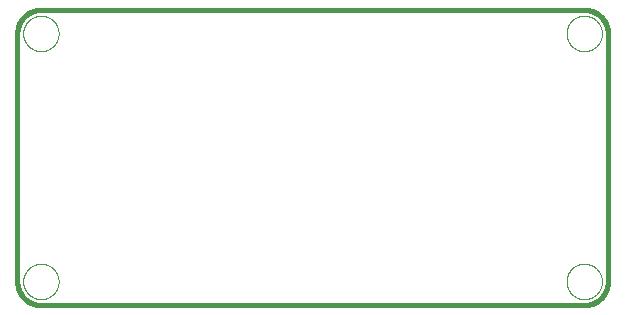
<source format=gbp>
G75*
%MOIN*%
%OFA0B0*%
%FSLAX25Y25*%
%IPPOS*%
%LPD*%
%AMOC8*
5,1,8,0,0,1.08239X$1,22.5*
%
%ADD10C,0.01600*%
%ADD11C,0.00000*%
D10*
X0017237Y0029063D02*
X0198339Y0029063D01*
X0198529Y0029065D01*
X0198719Y0029072D01*
X0198909Y0029084D01*
X0199099Y0029100D01*
X0199288Y0029120D01*
X0199477Y0029146D01*
X0199665Y0029175D01*
X0199852Y0029210D01*
X0200038Y0029249D01*
X0200223Y0029292D01*
X0200408Y0029340D01*
X0200591Y0029392D01*
X0200772Y0029448D01*
X0200952Y0029509D01*
X0201131Y0029575D01*
X0201308Y0029644D01*
X0201484Y0029718D01*
X0201657Y0029796D01*
X0201829Y0029879D01*
X0201998Y0029965D01*
X0202166Y0030055D01*
X0202331Y0030150D01*
X0202494Y0030248D01*
X0202654Y0030351D01*
X0202812Y0030457D01*
X0202967Y0030567D01*
X0203120Y0030680D01*
X0203270Y0030798D01*
X0203416Y0030919D01*
X0203560Y0031043D01*
X0203701Y0031171D01*
X0203839Y0031302D01*
X0203974Y0031437D01*
X0204105Y0031575D01*
X0204233Y0031716D01*
X0204357Y0031860D01*
X0204478Y0032006D01*
X0204596Y0032156D01*
X0204709Y0032309D01*
X0204819Y0032464D01*
X0204925Y0032622D01*
X0205028Y0032782D01*
X0205126Y0032945D01*
X0205221Y0033110D01*
X0205311Y0033278D01*
X0205397Y0033447D01*
X0205480Y0033619D01*
X0205558Y0033792D01*
X0205632Y0033968D01*
X0205701Y0034145D01*
X0205767Y0034324D01*
X0205828Y0034504D01*
X0205884Y0034685D01*
X0205936Y0034868D01*
X0205984Y0035053D01*
X0206027Y0035238D01*
X0206066Y0035424D01*
X0206101Y0035611D01*
X0206130Y0035799D01*
X0206156Y0035988D01*
X0206176Y0036177D01*
X0206192Y0036367D01*
X0206204Y0036557D01*
X0206211Y0036747D01*
X0206213Y0036937D01*
X0206213Y0119614D01*
X0206211Y0119804D01*
X0206204Y0119994D01*
X0206192Y0120184D01*
X0206176Y0120374D01*
X0206156Y0120563D01*
X0206130Y0120752D01*
X0206101Y0120940D01*
X0206066Y0121127D01*
X0206027Y0121313D01*
X0205984Y0121498D01*
X0205936Y0121683D01*
X0205884Y0121866D01*
X0205828Y0122047D01*
X0205767Y0122227D01*
X0205701Y0122406D01*
X0205632Y0122583D01*
X0205558Y0122759D01*
X0205480Y0122932D01*
X0205397Y0123104D01*
X0205311Y0123273D01*
X0205221Y0123441D01*
X0205126Y0123606D01*
X0205028Y0123769D01*
X0204925Y0123929D01*
X0204819Y0124087D01*
X0204709Y0124242D01*
X0204596Y0124395D01*
X0204478Y0124545D01*
X0204357Y0124691D01*
X0204233Y0124835D01*
X0204105Y0124976D01*
X0203974Y0125114D01*
X0203839Y0125249D01*
X0203701Y0125380D01*
X0203560Y0125508D01*
X0203416Y0125632D01*
X0203270Y0125753D01*
X0203120Y0125871D01*
X0202967Y0125984D01*
X0202812Y0126094D01*
X0202654Y0126200D01*
X0202494Y0126303D01*
X0202331Y0126401D01*
X0202166Y0126496D01*
X0201998Y0126586D01*
X0201829Y0126672D01*
X0201657Y0126755D01*
X0201484Y0126833D01*
X0201308Y0126907D01*
X0201131Y0126976D01*
X0200952Y0127042D01*
X0200772Y0127103D01*
X0200591Y0127159D01*
X0200408Y0127211D01*
X0200223Y0127259D01*
X0200038Y0127302D01*
X0199852Y0127341D01*
X0199665Y0127376D01*
X0199477Y0127405D01*
X0199288Y0127431D01*
X0199099Y0127451D01*
X0198909Y0127467D01*
X0198719Y0127479D01*
X0198529Y0127486D01*
X0198339Y0127488D01*
X0017237Y0127488D01*
X0017047Y0127486D01*
X0016857Y0127479D01*
X0016667Y0127467D01*
X0016477Y0127451D01*
X0016288Y0127431D01*
X0016099Y0127405D01*
X0015911Y0127376D01*
X0015724Y0127341D01*
X0015538Y0127302D01*
X0015353Y0127259D01*
X0015168Y0127211D01*
X0014985Y0127159D01*
X0014804Y0127103D01*
X0014624Y0127042D01*
X0014445Y0126976D01*
X0014268Y0126907D01*
X0014092Y0126833D01*
X0013919Y0126755D01*
X0013747Y0126672D01*
X0013578Y0126586D01*
X0013410Y0126496D01*
X0013245Y0126401D01*
X0013082Y0126303D01*
X0012922Y0126200D01*
X0012764Y0126094D01*
X0012609Y0125984D01*
X0012456Y0125871D01*
X0012306Y0125753D01*
X0012160Y0125632D01*
X0012016Y0125508D01*
X0011875Y0125380D01*
X0011737Y0125249D01*
X0011602Y0125114D01*
X0011471Y0124976D01*
X0011343Y0124835D01*
X0011219Y0124691D01*
X0011098Y0124545D01*
X0010980Y0124395D01*
X0010867Y0124242D01*
X0010757Y0124087D01*
X0010651Y0123929D01*
X0010548Y0123769D01*
X0010450Y0123606D01*
X0010355Y0123441D01*
X0010265Y0123273D01*
X0010179Y0123104D01*
X0010096Y0122932D01*
X0010018Y0122759D01*
X0009944Y0122583D01*
X0009875Y0122406D01*
X0009809Y0122227D01*
X0009748Y0122047D01*
X0009692Y0121866D01*
X0009640Y0121683D01*
X0009592Y0121498D01*
X0009549Y0121313D01*
X0009510Y0121127D01*
X0009475Y0120940D01*
X0009446Y0120752D01*
X0009420Y0120563D01*
X0009400Y0120374D01*
X0009384Y0120184D01*
X0009372Y0119994D01*
X0009365Y0119804D01*
X0009363Y0119614D01*
X0009363Y0036937D01*
X0009365Y0036747D01*
X0009372Y0036557D01*
X0009384Y0036367D01*
X0009400Y0036177D01*
X0009420Y0035988D01*
X0009446Y0035799D01*
X0009475Y0035611D01*
X0009510Y0035424D01*
X0009549Y0035238D01*
X0009592Y0035053D01*
X0009640Y0034868D01*
X0009692Y0034685D01*
X0009748Y0034504D01*
X0009809Y0034324D01*
X0009875Y0034145D01*
X0009944Y0033968D01*
X0010018Y0033792D01*
X0010096Y0033619D01*
X0010179Y0033447D01*
X0010265Y0033278D01*
X0010355Y0033110D01*
X0010450Y0032945D01*
X0010548Y0032782D01*
X0010651Y0032622D01*
X0010757Y0032464D01*
X0010867Y0032309D01*
X0010980Y0032156D01*
X0011098Y0032006D01*
X0011219Y0031860D01*
X0011343Y0031716D01*
X0011471Y0031575D01*
X0011602Y0031437D01*
X0011737Y0031302D01*
X0011875Y0031171D01*
X0012016Y0031043D01*
X0012160Y0030919D01*
X0012306Y0030798D01*
X0012456Y0030680D01*
X0012609Y0030567D01*
X0012764Y0030457D01*
X0012922Y0030351D01*
X0013082Y0030248D01*
X0013245Y0030150D01*
X0013410Y0030055D01*
X0013578Y0029965D01*
X0013747Y0029879D01*
X0013919Y0029796D01*
X0014092Y0029718D01*
X0014268Y0029644D01*
X0014445Y0029575D01*
X0014624Y0029509D01*
X0014804Y0029448D01*
X0014985Y0029392D01*
X0015168Y0029340D01*
X0015353Y0029292D01*
X0015538Y0029249D01*
X0015724Y0029210D01*
X0015911Y0029175D01*
X0016099Y0029146D01*
X0016288Y0029120D01*
X0016477Y0029100D01*
X0016667Y0029084D01*
X0016857Y0029072D01*
X0017047Y0029065D01*
X0017237Y0029063D01*
D11*
X0011331Y0036937D02*
X0011333Y0037090D01*
X0011339Y0037244D01*
X0011349Y0037397D01*
X0011363Y0037549D01*
X0011381Y0037702D01*
X0011403Y0037853D01*
X0011428Y0038004D01*
X0011458Y0038155D01*
X0011492Y0038305D01*
X0011529Y0038453D01*
X0011570Y0038601D01*
X0011615Y0038747D01*
X0011664Y0038893D01*
X0011717Y0039037D01*
X0011773Y0039179D01*
X0011833Y0039320D01*
X0011897Y0039460D01*
X0011964Y0039598D01*
X0012035Y0039734D01*
X0012110Y0039868D01*
X0012187Y0040000D01*
X0012269Y0040130D01*
X0012353Y0040258D01*
X0012441Y0040384D01*
X0012532Y0040507D01*
X0012626Y0040628D01*
X0012724Y0040746D01*
X0012824Y0040862D01*
X0012928Y0040975D01*
X0013034Y0041086D01*
X0013143Y0041194D01*
X0013255Y0041299D01*
X0013369Y0041400D01*
X0013487Y0041499D01*
X0013606Y0041595D01*
X0013728Y0041688D01*
X0013853Y0041777D01*
X0013980Y0041864D01*
X0014109Y0041946D01*
X0014240Y0042026D01*
X0014373Y0042102D01*
X0014508Y0042175D01*
X0014645Y0042244D01*
X0014784Y0042309D01*
X0014924Y0042371D01*
X0015066Y0042429D01*
X0015209Y0042484D01*
X0015354Y0042535D01*
X0015500Y0042582D01*
X0015647Y0042625D01*
X0015795Y0042664D01*
X0015944Y0042700D01*
X0016094Y0042731D01*
X0016245Y0042759D01*
X0016396Y0042783D01*
X0016549Y0042803D01*
X0016701Y0042819D01*
X0016854Y0042831D01*
X0017007Y0042839D01*
X0017160Y0042843D01*
X0017314Y0042843D01*
X0017467Y0042839D01*
X0017620Y0042831D01*
X0017773Y0042819D01*
X0017925Y0042803D01*
X0018078Y0042783D01*
X0018229Y0042759D01*
X0018380Y0042731D01*
X0018530Y0042700D01*
X0018679Y0042664D01*
X0018827Y0042625D01*
X0018974Y0042582D01*
X0019120Y0042535D01*
X0019265Y0042484D01*
X0019408Y0042429D01*
X0019550Y0042371D01*
X0019690Y0042309D01*
X0019829Y0042244D01*
X0019966Y0042175D01*
X0020101Y0042102D01*
X0020234Y0042026D01*
X0020365Y0041946D01*
X0020494Y0041864D01*
X0020621Y0041777D01*
X0020746Y0041688D01*
X0020868Y0041595D01*
X0020987Y0041499D01*
X0021105Y0041400D01*
X0021219Y0041299D01*
X0021331Y0041194D01*
X0021440Y0041086D01*
X0021546Y0040975D01*
X0021650Y0040862D01*
X0021750Y0040746D01*
X0021848Y0040628D01*
X0021942Y0040507D01*
X0022033Y0040384D01*
X0022121Y0040258D01*
X0022205Y0040130D01*
X0022287Y0040000D01*
X0022364Y0039868D01*
X0022439Y0039734D01*
X0022510Y0039598D01*
X0022577Y0039460D01*
X0022641Y0039320D01*
X0022701Y0039179D01*
X0022757Y0039037D01*
X0022810Y0038893D01*
X0022859Y0038747D01*
X0022904Y0038601D01*
X0022945Y0038453D01*
X0022982Y0038305D01*
X0023016Y0038155D01*
X0023046Y0038004D01*
X0023071Y0037853D01*
X0023093Y0037702D01*
X0023111Y0037549D01*
X0023125Y0037397D01*
X0023135Y0037244D01*
X0023141Y0037090D01*
X0023143Y0036937D01*
X0023141Y0036784D01*
X0023135Y0036630D01*
X0023125Y0036477D01*
X0023111Y0036325D01*
X0023093Y0036172D01*
X0023071Y0036021D01*
X0023046Y0035870D01*
X0023016Y0035719D01*
X0022982Y0035569D01*
X0022945Y0035421D01*
X0022904Y0035273D01*
X0022859Y0035127D01*
X0022810Y0034981D01*
X0022757Y0034837D01*
X0022701Y0034695D01*
X0022641Y0034554D01*
X0022577Y0034414D01*
X0022510Y0034276D01*
X0022439Y0034140D01*
X0022364Y0034006D01*
X0022287Y0033874D01*
X0022205Y0033744D01*
X0022121Y0033616D01*
X0022033Y0033490D01*
X0021942Y0033367D01*
X0021848Y0033246D01*
X0021750Y0033128D01*
X0021650Y0033012D01*
X0021546Y0032899D01*
X0021440Y0032788D01*
X0021331Y0032680D01*
X0021219Y0032575D01*
X0021105Y0032474D01*
X0020987Y0032375D01*
X0020868Y0032279D01*
X0020746Y0032186D01*
X0020621Y0032097D01*
X0020494Y0032010D01*
X0020365Y0031928D01*
X0020234Y0031848D01*
X0020101Y0031772D01*
X0019966Y0031699D01*
X0019829Y0031630D01*
X0019690Y0031565D01*
X0019550Y0031503D01*
X0019408Y0031445D01*
X0019265Y0031390D01*
X0019120Y0031339D01*
X0018974Y0031292D01*
X0018827Y0031249D01*
X0018679Y0031210D01*
X0018530Y0031174D01*
X0018380Y0031143D01*
X0018229Y0031115D01*
X0018078Y0031091D01*
X0017925Y0031071D01*
X0017773Y0031055D01*
X0017620Y0031043D01*
X0017467Y0031035D01*
X0017314Y0031031D01*
X0017160Y0031031D01*
X0017007Y0031035D01*
X0016854Y0031043D01*
X0016701Y0031055D01*
X0016549Y0031071D01*
X0016396Y0031091D01*
X0016245Y0031115D01*
X0016094Y0031143D01*
X0015944Y0031174D01*
X0015795Y0031210D01*
X0015647Y0031249D01*
X0015500Y0031292D01*
X0015354Y0031339D01*
X0015209Y0031390D01*
X0015066Y0031445D01*
X0014924Y0031503D01*
X0014784Y0031565D01*
X0014645Y0031630D01*
X0014508Y0031699D01*
X0014373Y0031772D01*
X0014240Y0031848D01*
X0014109Y0031928D01*
X0013980Y0032010D01*
X0013853Y0032097D01*
X0013728Y0032186D01*
X0013606Y0032279D01*
X0013487Y0032375D01*
X0013369Y0032474D01*
X0013255Y0032575D01*
X0013143Y0032680D01*
X0013034Y0032788D01*
X0012928Y0032899D01*
X0012824Y0033012D01*
X0012724Y0033128D01*
X0012626Y0033246D01*
X0012532Y0033367D01*
X0012441Y0033490D01*
X0012353Y0033616D01*
X0012269Y0033744D01*
X0012187Y0033874D01*
X0012110Y0034006D01*
X0012035Y0034140D01*
X0011964Y0034276D01*
X0011897Y0034414D01*
X0011833Y0034554D01*
X0011773Y0034695D01*
X0011717Y0034837D01*
X0011664Y0034981D01*
X0011615Y0035127D01*
X0011570Y0035273D01*
X0011529Y0035421D01*
X0011492Y0035569D01*
X0011458Y0035719D01*
X0011428Y0035870D01*
X0011403Y0036021D01*
X0011381Y0036172D01*
X0011363Y0036325D01*
X0011349Y0036477D01*
X0011339Y0036630D01*
X0011333Y0036784D01*
X0011331Y0036937D01*
X0011331Y0119614D02*
X0011333Y0119767D01*
X0011339Y0119921D01*
X0011349Y0120074D01*
X0011363Y0120226D01*
X0011381Y0120379D01*
X0011403Y0120530D01*
X0011428Y0120681D01*
X0011458Y0120832D01*
X0011492Y0120982D01*
X0011529Y0121130D01*
X0011570Y0121278D01*
X0011615Y0121424D01*
X0011664Y0121570D01*
X0011717Y0121714D01*
X0011773Y0121856D01*
X0011833Y0121997D01*
X0011897Y0122137D01*
X0011964Y0122275D01*
X0012035Y0122411D01*
X0012110Y0122545D01*
X0012187Y0122677D01*
X0012269Y0122807D01*
X0012353Y0122935D01*
X0012441Y0123061D01*
X0012532Y0123184D01*
X0012626Y0123305D01*
X0012724Y0123423D01*
X0012824Y0123539D01*
X0012928Y0123652D01*
X0013034Y0123763D01*
X0013143Y0123871D01*
X0013255Y0123976D01*
X0013369Y0124077D01*
X0013487Y0124176D01*
X0013606Y0124272D01*
X0013728Y0124365D01*
X0013853Y0124454D01*
X0013980Y0124541D01*
X0014109Y0124623D01*
X0014240Y0124703D01*
X0014373Y0124779D01*
X0014508Y0124852D01*
X0014645Y0124921D01*
X0014784Y0124986D01*
X0014924Y0125048D01*
X0015066Y0125106D01*
X0015209Y0125161D01*
X0015354Y0125212D01*
X0015500Y0125259D01*
X0015647Y0125302D01*
X0015795Y0125341D01*
X0015944Y0125377D01*
X0016094Y0125408D01*
X0016245Y0125436D01*
X0016396Y0125460D01*
X0016549Y0125480D01*
X0016701Y0125496D01*
X0016854Y0125508D01*
X0017007Y0125516D01*
X0017160Y0125520D01*
X0017314Y0125520D01*
X0017467Y0125516D01*
X0017620Y0125508D01*
X0017773Y0125496D01*
X0017925Y0125480D01*
X0018078Y0125460D01*
X0018229Y0125436D01*
X0018380Y0125408D01*
X0018530Y0125377D01*
X0018679Y0125341D01*
X0018827Y0125302D01*
X0018974Y0125259D01*
X0019120Y0125212D01*
X0019265Y0125161D01*
X0019408Y0125106D01*
X0019550Y0125048D01*
X0019690Y0124986D01*
X0019829Y0124921D01*
X0019966Y0124852D01*
X0020101Y0124779D01*
X0020234Y0124703D01*
X0020365Y0124623D01*
X0020494Y0124541D01*
X0020621Y0124454D01*
X0020746Y0124365D01*
X0020868Y0124272D01*
X0020987Y0124176D01*
X0021105Y0124077D01*
X0021219Y0123976D01*
X0021331Y0123871D01*
X0021440Y0123763D01*
X0021546Y0123652D01*
X0021650Y0123539D01*
X0021750Y0123423D01*
X0021848Y0123305D01*
X0021942Y0123184D01*
X0022033Y0123061D01*
X0022121Y0122935D01*
X0022205Y0122807D01*
X0022287Y0122677D01*
X0022364Y0122545D01*
X0022439Y0122411D01*
X0022510Y0122275D01*
X0022577Y0122137D01*
X0022641Y0121997D01*
X0022701Y0121856D01*
X0022757Y0121714D01*
X0022810Y0121570D01*
X0022859Y0121424D01*
X0022904Y0121278D01*
X0022945Y0121130D01*
X0022982Y0120982D01*
X0023016Y0120832D01*
X0023046Y0120681D01*
X0023071Y0120530D01*
X0023093Y0120379D01*
X0023111Y0120226D01*
X0023125Y0120074D01*
X0023135Y0119921D01*
X0023141Y0119767D01*
X0023143Y0119614D01*
X0023141Y0119461D01*
X0023135Y0119307D01*
X0023125Y0119154D01*
X0023111Y0119002D01*
X0023093Y0118849D01*
X0023071Y0118698D01*
X0023046Y0118547D01*
X0023016Y0118396D01*
X0022982Y0118246D01*
X0022945Y0118098D01*
X0022904Y0117950D01*
X0022859Y0117804D01*
X0022810Y0117658D01*
X0022757Y0117514D01*
X0022701Y0117372D01*
X0022641Y0117231D01*
X0022577Y0117091D01*
X0022510Y0116953D01*
X0022439Y0116817D01*
X0022364Y0116683D01*
X0022287Y0116551D01*
X0022205Y0116421D01*
X0022121Y0116293D01*
X0022033Y0116167D01*
X0021942Y0116044D01*
X0021848Y0115923D01*
X0021750Y0115805D01*
X0021650Y0115689D01*
X0021546Y0115576D01*
X0021440Y0115465D01*
X0021331Y0115357D01*
X0021219Y0115252D01*
X0021105Y0115151D01*
X0020987Y0115052D01*
X0020868Y0114956D01*
X0020746Y0114863D01*
X0020621Y0114774D01*
X0020494Y0114687D01*
X0020365Y0114605D01*
X0020234Y0114525D01*
X0020101Y0114449D01*
X0019966Y0114376D01*
X0019829Y0114307D01*
X0019690Y0114242D01*
X0019550Y0114180D01*
X0019408Y0114122D01*
X0019265Y0114067D01*
X0019120Y0114016D01*
X0018974Y0113969D01*
X0018827Y0113926D01*
X0018679Y0113887D01*
X0018530Y0113851D01*
X0018380Y0113820D01*
X0018229Y0113792D01*
X0018078Y0113768D01*
X0017925Y0113748D01*
X0017773Y0113732D01*
X0017620Y0113720D01*
X0017467Y0113712D01*
X0017314Y0113708D01*
X0017160Y0113708D01*
X0017007Y0113712D01*
X0016854Y0113720D01*
X0016701Y0113732D01*
X0016549Y0113748D01*
X0016396Y0113768D01*
X0016245Y0113792D01*
X0016094Y0113820D01*
X0015944Y0113851D01*
X0015795Y0113887D01*
X0015647Y0113926D01*
X0015500Y0113969D01*
X0015354Y0114016D01*
X0015209Y0114067D01*
X0015066Y0114122D01*
X0014924Y0114180D01*
X0014784Y0114242D01*
X0014645Y0114307D01*
X0014508Y0114376D01*
X0014373Y0114449D01*
X0014240Y0114525D01*
X0014109Y0114605D01*
X0013980Y0114687D01*
X0013853Y0114774D01*
X0013728Y0114863D01*
X0013606Y0114956D01*
X0013487Y0115052D01*
X0013369Y0115151D01*
X0013255Y0115252D01*
X0013143Y0115357D01*
X0013034Y0115465D01*
X0012928Y0115576D01*
X0012824Y0115689D01*
X0012724Y0115805D01*
X0012626Y0115923D01*
X0012532Y0116044D01*
X0012441Y0116167D01*
X0012353Y0116293D01*
X0012269Y0116421D01*
X0012187Y0116551D01*
X0012110Y0116683D01*
X0012035Y0116817D01*
X0011964Y0116953D01*
X0011897Y0117091D01*
X0011833Y0117231D01*
X0011773Y0117372D01*
X0011717Y0117514D01*
X0011664Y0117658D01*
X0011615Y0117804D01*
X0011570Y0117950D01*
X0011529Y0118098D01*
X0011492Y0118246D01*
X0011458Y0118396D01*
X0011428Y0118547D01*
X0011403Y0118698D01*
X0011381Y0118849D01*
X0011363Y0119002D01*
X0011349Y0119154D01*
X0011339Y0119307D01*
X0011333Y0119461D01*
X0011331Y0119614D01*
X0192433Y0119614D02*
X0192435Y0119767D01*
X0192441Y0119921D01*
X0192451Y0120074D01*
X0192465Y0120226D01*
X0192483Y0120379D01*
X0192505Y0120530D01*
X0192530Y0120681D01*
X0192560Y0120832D01*
X0192594Y0120982D01*
X0192631Y0121130D01*
X0192672Y0121278D01*
X0192717Y0121424D01*
X0192766Y0121570D01*
X0192819Y0121714D01*
X0192875Y0121856D01*
X0192935Y0121997D01*
X0192999Y0122137D01*
X0193066Y0122275D01*
X0193137Y0122411D01*
X0193212Y0122545D01*
X0193289Y0122677D01*
X0193371Y0122807D01*
X0193455Y0122935D01*
X0193543Y0123061D01*
X0193634Y0123184D01*
X0193728Y0123305D01*
X0193826Y0123423D01*
X0193926Y0123539D01*
X0194030Y0123652D01*
X0194136Y0123763D01*
X0194245Y0123871D01*
X0194357Y0123976D01*
X0194471Y0124077D01*
X0194589Y0124176D01*
X0194708Y0124272D01*
X0194830Y0124365D01*
X0194955Y0124454D01*
X0195082Y0124541D01*
X0195211Y0124623D01*
X0195342Y0124703D01*
X0195475Y0124779D01*
X0195610Y0124852D01*
X0195747Y0124921D01*
X0195886Y0124986D01*
X0196026Y0125048D01*
X0196168Y0125106D01*
X0196311Y0125161D01*
X0196456Y0125212D01*
X0196602Y0125259D01*
X0196749Y0125302D01*
X0196897Y0125341D01*
X0197046Y0125377D01*
X0197196Y0125408D01*
X0197347Y0125436D01*
X0197498Y0125460D01*
X0197651Y0125480D01*
X0197803Y0125496D01*
X0197956Y0125508D01*
X0198109Y0125516D01*
X0198262Y0125520D01*
X0198416Y0125520D01*
X0198569Y0125516D01*
X0198722Y0125508D01*
X0198875Y0125496D01*
X0199027Y0125480D01*
X0199180Y0125460D01*
X0199331Y0125436D01*
X0199482Y0125408D01*
X0199632Y0125377D01*
X0199781Y0125341D01*
X0199929Y0125302D01*
X0200076Y0125259D01*
X0200222Y0125212D01*
X0200367Y0125161D01*
X0200510Y0125106D01*
X0200652Y0125048D01*
X0200792Y0124986D01*
X0200931Y0124921D01*
X0201068Y0124852D01*
X0201203Y0124779D01*
X0201336Y0124703D01*
X0201467Y0124623D01*
X0201596Y0124541D01*
X0201723Y0124454D01*
X0201848Y0124365D01*
X0201970Y0124272D01*
X0202089Y0124176D01*
X0202207Y0124077D01*
X0202321Y0123976D01*
X0202433Y0123871D01*
X0202542Y0123763D01*
X0202648Y0123652D01*
X0202752Y0123539D01*
X0202852Y0123423D01*
X0202950Y0123305D01*
X0203044Y0123184D01*
X0203135Y0123061D01*
X0203223Y0122935D01*
X0203307Y0122807D01*
X0203389Y0122677D01*
X0203466Y0122545D01*
X0203541Y0122411D01*
X0203612Y0122275D01*
X0203679Y0122137D01*
X0203743Y0121997D01*
X0203803Y0121856D01*
X0203859Y0121714D01*
X0203912Y0121570D01*
X0203961Y0121424D01*
X0204006Y0121278D01*
X0204047Y0121130D01*
X0204084Y0120982D01*
X0204118Y0120832D01*
X0204148Y0120681D01*
X0204173Y0120530D01*
X0204195Y0120379D01*
X0204213Y0120226D01*
X0204227Y0120074D01*
X0204237Y0119921D01*
X0204243Y0119767D01*
X0204245Y0119614D01*
X0204243Y0119461D01*
X0204237Y0119307D01*
X0204227Y0119154D01*
X0204213Y0119002D01*
X0204195Y0118849D01*
X0204173Y0118698D01*
X0204148Y0118547D01*
X0204118Y0118396D01*
X0204084Y0118246D01*
X0204047Y0118098D01*
X0204006Y0117950D01*
X0203961Y0117804D01*
X0203912Y0117658D01*
X0203859Y0117514D01*
X0203803Y0117372D01*
X0203743Y0117231D01*
X0203679Y0117091D01*
X0203612Y0116953D01*
X0203541Y0116817D01*
X0203466Y0116683D01*
X0203389Y0116551D01*
X0203307Y0116421D01*
X0203223Y0116293D01*
X0203135Y0116167D01*
X0203044Y0116044D01*
X0202950Y0115923D01*
X0202852Y0115805D01*
X0202752Y0115689D01*
X0202648Y0115576D01*
X0202542Y0115465D01*
X0202433Y0115357D01*
X0202321Y0115252D01*
X0202207Y0115151D01*
X0202089Y0115052D01*
X0201970Y0114956D01*
X0201848Y0114863D01*
X0201723Y0114774D01*
X0201596Y0114687D01*
X0201467Y0114605D01*
X0201336Y0114525D01*
X0201203Y0114449D01*
X0201068Y0114376D01*
X0200931Y0114307D01*
X0200792Y0114242D01*
X0200652Y0114180D01*
X0200510Y0114122D01*
X0200367Y0114067D01*
X0200222Y0114016D01*
X0200076Y0113969D01*
X0199929Y0113926D01*
X0199781Y0113887D01*
X0199632Y0113851D01*
X0199482Y0113820D01*
X0199331Y0113792D01*
X0199180Y0113768D01*
X0199027Y0113748D01*
X0198875Y0113732D01*
X0198722Y0113720D01*
X0198569Y0113712D01*
X0198416Y0113708D01*
X0198262Y0113708D01*
X0198109Y0113712D01*
X0197956Y0113720D01*
X0197803Y0113732D01*
X0197651Y0113748D01*
X0197498Y0113768D01*
X0197347Y0113792D01*
X0197196Y0113820D01*
X0197046Y0113851D01*
X0196897Y0113887D01*
X0196749Y0113926D01*
X0196602Y0113969D01*
X0196456Y0114016D01*
X0196311Y0114067D01*
X0196168Y0114122D01*
X0196026Y0114180D01*
X0195886Y0114242D01*
X0195747Y0114307D01*
X0195610Y0114376D01*
X0195475Y0114449D01*
X0195342Y0114525D01*
X0195211Y0114605D01*
X0195082Y0114687D01*
X0194955Y0114774D01*
X0194830Y0114863D01*
X0194708Y0114956D01*
X0194589Y0115052D01*
X0194471Y0115151D01*
X0194357Y0115252D01*
X0194245Y0115357D01*
X0194136Y0115465D01*
X0194030Y0115576D01*
X0193926Y0115689D01*
X0193826Y0115805D01*
X0193728Y0115923D01*
X0193634Y0116044D01*
X0193543Y0116167D01*
X0193455Y0116293D01*
X0193371Y0116421D01*
X0193289Y0116551D01*
X0193212Y0116683D01*
X0193137Y0116817D01*
X0193066Y0116953D01*
X0192999Y0117091D01*
X0192935Y0117231D01*
X0192875Y0117372D01*
X0192819Y0117514D01*
X0192766Y0117658D01*
X0192717Y0117804D01*
X0192672Y0117950D01*
X0192631Y0118098D01*
X0192594Y0118246D01*
X0192560Y0118396D01*
X0192530Y0118547D01*
X0192505Y0118698D01*
X0192483Y0118849D01*
X0192465Y0119002D01*
X0192451Y0119154D01*
X0192441Y0119307D01*
X0192435Y0119461D01*
X0192433Y0119614D01*
X0192433Y0036937D02*
X0192435Y0037090D01*
X0192441Y0037244D01*
X0192451Y0037397D01*
X0192465Y0037549D01*
X0192483Y0037702D01*
X0192505Y0037853D01*
X0192530Y0038004D01*
X0192560Y0038155D01*
X0192594Y0038305D01*
X0192631Y0038453D01*
X0192672Y0038601D01*
X0192717Y0038747D01*
X0192766Y0038893D01*
X0192819Y0039037D01*
X0192875Y0039179D01*
X0192935Y0039320D01*
X0192999Y0039460D01*
X0193066Y0039598D01*
X0193137Y0039734D01*
X0193212Y0039868D01*
X0193289Y0040000D01*
X0193371Y0040130D01*
X0193455Y0040258D01*
X0193543Y0040384D01*
X0193634Y0040507D01*
X0193728Y0040628D01*
X0193826Y0040746D01*
X0193926Y0040862D01*
X0194030Y0040975D01*
X0194136Y0041086D01*
X0194245Y0041194D01*
X0194357Y0041299D01*
X0194471Y0041400D01*
X0194589Y0041499D01*
X0194708Y0041595D01*
X0194830Y0041688D01*
X0194955Y0041777D01*
X0195082Y0041864D01*
X0195211Y0041946D01*
X0195342Y0042026D01*
X0195475Y0042102D01*
X0195610Y0042175D01*
X0195747Y0042244D01*
X0195886Y0042309D01*
X0196026Y0042371D01*
X0196168Y0042429D01*
X0196311Y0042484D01*
X0196456Y0042535D01*
X0196602Y0042582D01*
X0196749Y0042625D01*
X0196897Y0042664D01*
X0197046Y0042700D01*
X0197196Y0042731D01*
X0197347Y0042759D01*
X0197498Y0042783D01*
X0197651Y0042803D01*
X0197803Y0042819D01*
X0197956Y0042831D01*
X0198109Y0042839D01*
X0198262Y0042843D01*
X0198416Y0042843D01*
X0198569Y0042839D01*
X0198722Y0042831D01*
X0198875Y0042819D01*
X0199027Y0042803D01*
X0199180Y0042783D01*
X0199331Y0042759D01*
X0199482Y0042731D01*
X0199632Y0042700D01*
X0199781Y0042664D01*
X0199929Y0042625D01*
X0200076Y0042582D01*
X0200222Y0042535D01*
X0200367Y0042484D01*
X0200510Y0042429D01*
X0200652Y0042371D01*
X0200792Y0042309D01*
X0200931Y0042244D01*
X0201068Y0042175D01*
X0201203Y0042102D01*
X0201336Y0042026D01*
X0201467Y0041946D01*
X0201596Y0041864D01*
X0201723Y0041777D01*
X0201848Y0041688D01*
X0201970Y0041595D01*
X0202089Y0041499D01*
X0202207Y0041400D01*
X0202321Y0041299D01*
X0202433Y0041194D01*
X0202542Y0041086D01*
X0202648Y0040975D01*
X0202752Y0040862D01*
X0202852Y0040746D01*
X0202950Y0040628D01*
X0203044Y0040507D01*
X0203135Y0040384D01*
X0203223Y0040258D01*
X0203307Y0040130D01*
X0203389Y0040000D01*
X0203466Y0039868D01*
X0203541Y0039734D01*
X0203612Y0039598D01*
X0203679Y0039460D01*
X0203743Y0039320D01*
X0203803Y0039179D01*
X0203859Y0039037D01*
X0203912Y0038893D01*
X0203961Y0038747D01*
X0204006Y0038601D01*
X0204047Y0038453D01*
X0204084Y0038305D01*
X0204118Y0038155D01*
X0204148Y0038004D01*
X0204173Y0037853D01*
X0204195Y0037702D01*
X0204213Y0037549D01*
X0204227Y0037397D01*
X0204237Y0037244D01*
X0204243Y0037090D01*
X0204245Y0036937D01*
X0204243Y0036784D01*
X0204237Y0036630D01*
X0204227Y0036477D01*
X0204213Y0036325D01*
X0204195Y0036172D01*
X0204173Y0036021D01*
X0204148Y0035870D01*
X0204118Y0035719D01*
X0204084Y0035569D01*
X0204047Y0035421D01*
X0204006Y0035273D01*
X0203961Y0035127D01*
X0203912Y0034981D01*
X0203859Y0034837D01*
X0203803Y0034695D01*
X0203743Y0034554D01*
X0203679Y0034414D01*
X0203612Y0034276D01*
X0203541Y0034140D01*
X0203466Y0034006D01*
X0203389Y0033874D01*
X0203307Y0033744D01*
X0203223Y0033616D01*
X0203135Y0033490D01*
X0203044Y0033367D01*
X0202950Y0033246D01*
X0202852Y0033128D01*
X0202752Y0033012D01*
X0202648Y0032899D01*
X0202542Y0032788D01*
X0202433Y0032680D01*
X0202321Y0032575D01*
X0202207Y0032474D01*
X0202089Y0032375D01*
X0201970Y0032279D01*
X0201848Y0032186D01*
X0201723Y0032097D01*
X0201596Y0032010D01*
X0201467Y0031928D01*
X0201336Y0031848D01*
X0201203Y0031772D01*
X0201068Y0031699D01*
X0200931Y0031630D01*
X0200792Y0031565D01*
X0200652Y0031503D01*
X0200510Y0031445D01*
X0200367Y0031390D01*
X0200222Y0031339D01*
X0200076Y0031292D01*
X0199929Y0031249D01*
X0199781Y0031210D01*
X0199632Y0031174D01*
X0199482Y0031143D01*
X0199331Y0031115D01*
X0199180Y0031091D01*
X0199027Y0031071D01*
X0198875Y0031055D01*
X0198722Y0031043D01*
X0198569Y0031035D01*
X0198416Y0031031D01*
X0198262Y0031031D01*
X0198109Y0031035D01*
X0197956Y0031043D01*
X0197803Y0031055D01*
X0197651Y0031071D01*
X0197498Y0031091D01*
X0197347Y0031115D01*
X0197196Y0031143D01*
X0197046Y0031174D01*
X0196897Y0031210D01*
X0196749Y0031249D01*
X0196602Y0031292D01*
X0196456Y0031339D01*
X0196311Y0031390D01*
X0196168Y0031445D01*
X0196026Y0031503D01*
X0195886Y0031565D01*
X0195747Y0031630D01*
X0195610Y0031699D01*
X0195475Y0031772D01*
X0195342Y0031848D01*
X0195211Y0031928D01*
X0195082Y0032010D01*
X0194955Y0032097D01*
X0194830Y0032186D01*
X0194708Y0032279D01*
X0194589Y0032375D01*
X0194471Y0032474D01*
X0194357Y0032575D01*
X0194245Y0032680D01*
X0194136Y0032788D01*
X0194030Y0032899D01*
X0193926Y0033012D01*
X0193826Y0033128D01*
X0193728Y0033246D01*
X0193634Y0033367D01*
X0193543Y0033490D01*
X0193455Y0033616D01*
X0193371Y0033744D01*
X0193289Y0033874D01*
X0193212Y0034006D01*
X0193137Y0034140D01*
X0193066Y0034276D01*
X0192999Y0034414D01*
X0192935Y0034554D01*
X0192875Y0034695D01*
X0192819Y0034837D01*
X0192766Y0034981D01*
X0192717Y0035127D01*
X0192672Y0035273D01*
X0192631Y0035421D01*
X0192594Y0035569D01*
X0192560Y0035719D01*
X0192530Y0035870D01*
X0192505Y0036021D01*
X0192483Y0036172D01*
X0192465Y0036325D01*
X0192451Y0036477D01*
X0192441Y0036630D01*
X0192435Y0036784D01*
X0192433Y0036937D01*
M02*

</source>
